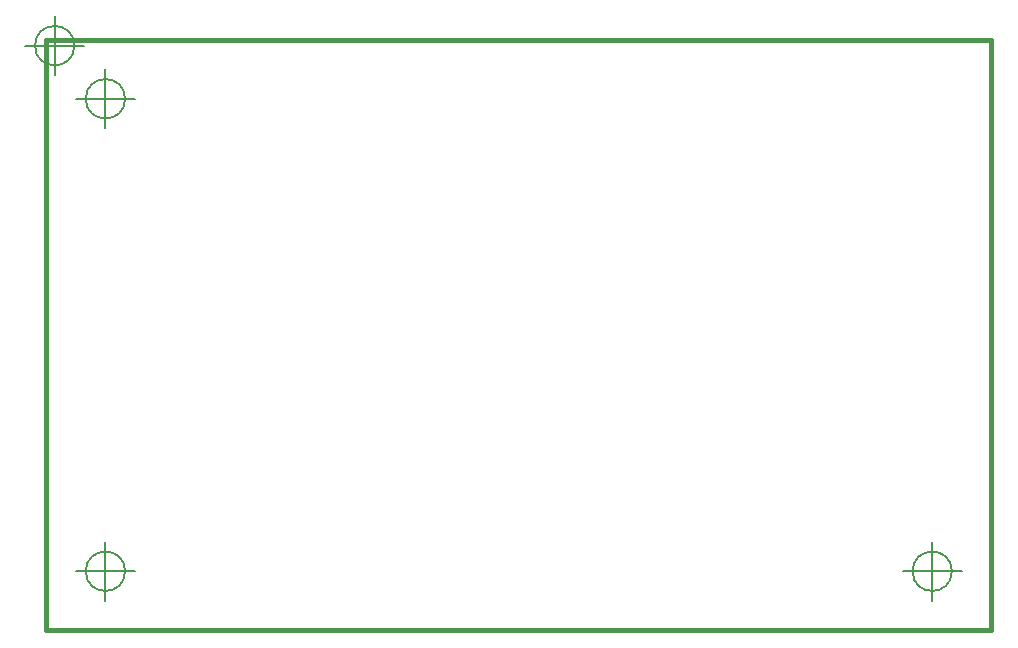
<source format=gbr>
G04 #@! TF.FileFunction,Profile,NP*
%FSLAX46Y46*%
G04 Gerber Fmt 4.6, Leading zero omitted, Abs format (unit mm)*
G04 Created by KiCad (PCBNEW 4.0.5) date 10/06/17 09:47:02*
%MOMM*%
%LPD*%
G01*
G04 APERTURE LIST*
%ADD10C,0.100000*%
%ADD11C,0.150000*%
%ADD12C,0.381000*%
G04 APERTURE END LIST*
D10*
D11*
X112466666Y-75000000D02*
G75*
G03X112466666Y-75000000I-1666666J0D01*
G01*
X108300000Y-75000000D02*
X113300000Y-75000000D01*
X110800000Y-72500000D02*
X110800000Y-77500000D01*
X112466666Y-115000000D02*
G75*
G03X112466666Y-115000000I-1666666J0D01*
G01*
X108300000Y-115000000D02*
X113300000Y-115000000D01*
X110800000Y-112500000D02*
X110800000Y-117500000D01*
X182466666Y-115000000D02*
G75*
G03X182466666Y-115000000I-1666666J0D01*
G01*
X178300000Y-115000000D02*
X183300000Y-115000000D01*
X180800000Y-112500000D02*
X180800000Y-117500000D01*
X108166666Y-70500000D02*
G75*
G03X108166666Y-70500000I-1666666J0D01*
G01*
X104000000Y-70500000D02*
X109000000Y-70500000D01*
X106500000Y-68000000D02*
X106500000Y-73000000D01*
D12*
X105800000Y-120000000D02*
X105800000Y-70000100D01*
X105800000Y-70000100D02*
X185799840Y-70000100D01*
X185799840Y-70000100D02*
X185799840Y-120000000D01*
X185799840Y-120000000D02*
X105800000Y-120000000D01*
M02*

</source>
